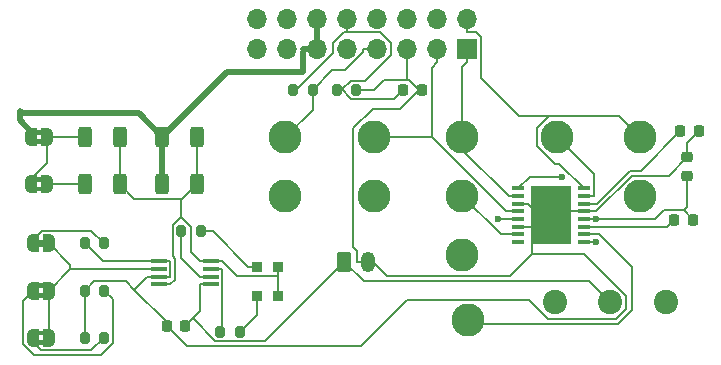
<source format=gbr>
%TF.GenerationSoftware,KiCad,Pcbnew,8.0.1*%
%TF.CreationDate,2024-03-24T16:32:44+02:00*%
%TF.ProjectId,88_Project,38385f50-726f-46a6-9563-742e6b696361,5*%
%TF.SameCoordinates,Original*%
%TF.FileFunction,Copper,L1,Top*%
%TF.FilePolarity,Positive*%
%FSLAX46Y46*%
G04 Gerber Fmt 4.6, Leading zero omitted, Abs format (unit mm)*
G04 Created by KiCad (PCBNEW 8.0.1) date 2024-03-24 16:32:44*
%MOMM*%
%LPD*%
G01*
G04 APERTURE LIST*
G04 Aperture macros list*
%AMRoundRect*
0 Rectangle with rounded corners*
0 $1 Rounding radius*
0 $2 $3 $4 $5 $6 $7 $8 $9 X,Y pos of 4 corners*
0 Add a 4 corners polygon primitive as box body*
4,1,4,$2,$3,$4,$5,$6,$7,$8,$9,$2,$3,0*
0 Add four circle primitives for the rounded corners*
1,1,$1+$1,$2,$3*
1,1,$1+$1,$4,$5*
1,1,$1+$1,$6,$7*
1,1,$1+$1,$8,$9*
0 Add four rect primitives between the rounded corners*
20,1,$1+$1,$2,$3,$4,$5,0*
20,1,$1+$1,$4,$5,$6,$7,0*
20,1,$1+$1,$6,$7,$8,$9,0*
20,1,$1+$1,$8,$9,$2,$3,0*%
%AMFreePoly0*
4,1,19,0.500000,-0.750000,0.000000,-0.750000,0.000000,-0.744911,-0.071157,-0.744911,-0.207708,-0.704816,-0.327430,-0.627875,-0.420627,-0.520320,-0.479746,-0.390866,-0.500000,-0.250000,-0.500000,0.250000,-0.479746,0.390866,-0.420627,0.520320,-0.327430,0.627875,-0.207708,0.704816,-0.071157,0.744911,0.000000,0.744911,0.000000,0.750000,0.500000,0.750000,0.500000,-0.750000,0.500000,-0.750000,
$1*%
%AMFreePoly1*
4,1,19,0.000000,0.744911,0.071157,0.744911,0.207708,0.704816,0.327430,0.627875,0.420627,0.520320,0.479746,0.390866,0.500000,0.250000,0.500000,-0.250000,0.479746,-0.390866,0.420627,-0.520320,0.327430,-0.627875,0.207708,-0.704816,0.071157,-0.744911,0.000000,-0.744911,0.000000,-0.750000,-0.500000,-0.750000,-0.500000,0.750000,0.000000,0.750000,0.000000,0.744911,0.000000,0.744911,
$1*%
G04 Aperture macros list end*
%TA.AperFunction,EtchedComponent*%
%ADD10C,0.000000*%
%TD*%
%TA.AperFunction,SMDPad,CuDef*%
%ADD11R,0.854800X0.862800*%
%TD*%
%TA.AperFunction,SMDPad,CuDef*%
%ADD12R,1.327899X0.431000*%
%TD*%
%TA.AperFunction,ComponentPad*%
%ADD13C,2.057400*%
%TD*%
%TA.AperFunction,ComponentPad*%
%ADD14C,2.800000*%
%TD*%
%TA.AperFunction,SMDPad,CuDef*%
%ADD15RoundRect,0.200000X-0.200000X-0.275000X0.200000X-0.275000X0.200000X0.275000X-0.200000X0.275000X0*%
%TD*%
%TA.AperFunction,SMDPad,CuDef*%
%ADD16RoundRect,0.250000X-0.312500X-0.625000X0.312500X-0.625000X0.312500X0.625000X-0.312500X0.625000X0*%
%TD*%
%TA.AperFunction,SMDPad,CuDef*%
%ADD17FreePoly0,0.000000*%
%TD*%
%TA.AperFunction,SMDPad,CuDef*%
%ADD18FreePoly1,0.000000*%
%TD*%
%TA.AperFunction,SMDPad,CuDef*%
%ADD19RoundRect,0.225000X-0.225000X-0.250000X0.225000X-0.250000X0.225000X0.250000X-0.225000X0.250000X0*%
%TD*%
%TA.AperFunction,SMDPad,CuDef*%
%ADD20RoundRect,0.225000X0.225000X0.250000X-0.225000X0.250000X-0.225000X-0.250000X0.225000X-0.250000X0*%
%TD*%
%TA.AperFunction,SMDPad,CuDef*%
%ADD21RoundRect,0.225000X-0.250000X0.225000X-0.250000X-0.225000X0.250000X-0.225000X0.250000X0.225000X0*%
%TD*%
%TA.AperFunction,SMDPad,CuDef*%
%ADD22RoundRect,0.200000X0.200000X0.275000X-0.200000X0.275000X-0.200000X-0.275000X0.200000X-0.275000X0*%
%TD*%
%TA.AperFunction,SMDPad,CuDef*%
%ADD23R,1.050000X0.450000*%
%TD*%
%TA.AperFunction,SMDPad,CuDef*%
%ADD24R,3.400000X5.000000*%
%TD*%
%TA.AperFunction,ComponentPad*%
%ADD25RoundRect,0.250000X-0.350000X-0.625000X0.350000X-0.625000X0.350000X0.625000X-0.350000X0.625000X0*%
%TD*%
%TA.AperFunction,ComponentPad*%
%ADD26O,1.200000X1.750000*%
%TD*%
%TA.AperFunction,ComponentPad*%
%ADD27R,1.700000X1.700000*%
%TD*%
%TA.AperFunction,ComponentPad*%
%ADD28O,1.700000X1.700000*%
%TD*%
%TA.AperFunction,ViaPad*%
%ADD29C,0.600000*%
%TD*%
%TA.AperFunction,Conductor*%
%ADD30C,0.500000*%
%TD*%
%TA.AperFunction,Conductor*%
%ADD31C,0.200000*%
%TD*%
G04 APERTURE END LIST*
D10*
%TA.AperFunction,EtchedComponent*%
%TO.C,JP4*%
G36*
X38075000Y-125800000D02*
G01*
X37575000Y-125800000D01*
X37575000Y-125400000D01*
X38075000Y-125400000D01*
X38075000Y-125800000D01*
G37*
%TD.AperFunction*%
%TA.AperFunction,EtchedComponent*%
G36*
X38075000Y-126600000D02*
G01*
X37575000Y-126600000D01*
X37575000Y-126200000D01*
X38075000Y-126200000D01*
X38075000Y-126600000D01*
G37*
%TD.AperFunction*%
%TA.AperFunction,EtchedComponent*%
%TO.C,JP3*%
G36*
X38075000Y-122300000D02*
G01*
X37575000Y-122300000D01*
X37575000Y-121700000D01*
X38075000Y-121700000D01*
X38075000Y-122300000D01*
G37*
%TD.AperFunction*%
%TA.AperFunction,EtchedComponent*%
%TO.C,JP1*%
G36*
X37900000Y-112800000D02*
G01*
X37400000Y-112800000D01*
X37400000Y-112400000D01*
X37900000Y-112400000D01*
X37900000Y-112800000D01*
G37*
%TD.AperFunction*%
%TA.AperFunction,EtchedComponent*%
G36*
X37900000Y-113600000D02*
G01*
X37400000Y-113600000D01*
X37400000Y-113200000D01*
X37900000Y-113200000D01*
X37900000Y-113600000D01*
G37*
%TD.AperFunction*%
%TA.AperFunction,EtchedComponent*%
%TO.C,JP5*%
G36*
X38075000Y-129800000D02*
G01*
X37575000Y-129800000D01*
X37575000Y-129400000D01*
X38075000Y-129400000D01*
X38075000Y-129800000D01*
G37*
%TD.AperFunction*%
%TA.AperFunction,EtchedComponent*%
G36*
X38075000Y-130600000D02*
G01*
X37575000Y-130600000D01*
X37575000Y-130200000D01*
X38075000Y-130200000D01*
X38075000Y-130600000D01*
G37*
%TD.AperFunction*%
%TA.AperFunction,EtchedComponent*%
%TO.C,JP2*%
G36*
X37900000Y-116800000D02*
G01*
X37400000Y-116800000D01*
X37400000Y-116400000D01*
X37900000Y-116400000D01*
X37900000Y-116800000D01*
G37*
%TD.AperFunction*%
%TA.AperFunction,EtchedComponent*%
G36*
X37900000Y-117600000D02*
G01*
X37400000Y-117600000D01*
X37400000Y-117200000D01*
X37900000Y-117200000D01*
X37900000Y-117600000D01*
G37*
%TD.AperFunction*%
%TD*%
D11*
%TO.P,LED1,1*%
%TO.N,Net-(LED1-Pad1)*%
X56077300Y-126500000D03*
%TO.P,LED1,2*%
%TO.N,Net-(U1-CE)*%
X57922700Y-126500000D03*
%TD*%
%TO.P,LED2,1*%
%TO.N,Net-(LED2-Pad1)*%
X56077300Y-124000000D03*
%TO.P,LED2,2*%
%TO.N,Net-(U1-CE)*%
X57922700Y-124000000D03*
%TD*%
D12*
%TO.P,U1,1,TEMP*%
%TO.N,GND*%
X47786652Y-123525001D03*
%TO.P,U1,2,PROG*%
%TO.N,Net-(JP3-B)*%
X47786652Y-124174999D03*
%TO.P,U1,3,GND*%
%TO.N,GND*%
X47786652Y-124825001D03*
%TO.P,U1,4,VCC*%
%TO.N,Net-(U1-CE)*%
X47786652Y-125474999D03*
%TO.P,U1,5,BAT*%
%TO.N,SWITCH*%
X52213348Y-125474999D03*
%TO.P,U1,6,\u002ASTDBY*%
%TO.N,Net-(U1-\u002ASTDBY)*%
X52213348Y-124825001D03*
%TO.P,U1,7,\u002ACHRG*%
%TO.N,Net-(U1-\u002ACHRG)*%
X52213348Y-124174999D03*
%TO.P,U1,8,CE*%
%TO.N,Net-(U1-CE)*%
X52213348Y-123525001D03*
%TD*%
D13*
%TO.P,SW1,1,1*%
%TO.N,BATT*%
X81301000Y-127000000D03*
%TO.P,SW1,2,2*%
%TO.N,SWITCH*%
X86000000Y-127000000D03*
%TO.P,SW1,3,3*%
%TO.N,unconnected-(SW1-Pad3)*%
X90699000Y-127000000D03*
%TD*%
D14*
%TO.P,TP7,1,1*%
%TO.N,Motor1_A*%
X73500000Y-118000000D03*
%TD*%
D15*
%TO.P,R4,1*%
%TO.N,GND*%
X41500000Y-122000000D03*
%TO.P,R4,2*%
%TO.N,Net-(JP3-A)*%
X43150000Y-122000000D03*
%TD*%
D16*
%TO.P,R3,1*%
%TO.N,5V*%
X48075000Y-113000000D03*
%TO.P,R3,2*%
%TO.N,Net-(U1-CE)*%
X51000000Y-113000000D03*
%TD*%
D15*
%TO.P,R6,1*%
%TO.N,Net-(U1-\u002ACHRG)*%
X53000000Y-129500000D03*
%TO.P,R6,2*%
%TO.N,Net-(LED1-Pad1)*%
X54650000Y-129500000D03*
%TD*%
D14*
%TO.P,TP6,1,1*%
%TO.N,Motor2_B*%
X66000000Y-113000000D03*
%TD*%
D16*
%TO.P,R9,1*%
%TO.N,Net-(JP2-B)*%
X41575000Y-117000000D03*
%TO.P,R9,2*%
%TO.N,Net-(U1-CE)*%
X44500000Y-117000000D03*
%TD*%
D17*
%TO.P,JP4,1,A*%
%TO.N,Net-(JP4-A)*%
X37175000Y-126000000D03*
D18*
%TO.P,JP4,2,B*%
%TO.N,Net-(JP3-B)*%
X38475000Y-126000000D03*
%TD*%
D14*
%TO.P,TP8,1,1*%
%TO.N,Motor1_B*%
X73500000Y-123000000D03*
%TD*%
D19*
%TO.P,C1,1*%
%TO.N,BATT_ADC*%
X68500000Y-109000000D03*
%TO.P,C1,2*%
%TO.N,GND*%
X70050000Y-109000000D03*
%TD*%
D20*
%TO.P,C4,1*%
%TO.N,BATT*%
X93000000Y-120000000D03*
%TO.P,C4,2*%
%TO.N,Net-(U2-VCP)*%
X91450000Y-120000000D03*
%TD*%
D14*
%TO.P,TP4,1,1*%
%TO.N,SWITCH*%
X58500000Y-118000000D03*
%TD*%
D20*
%TO.P,C2,1*%
%TO.N,SWITCH*%
X50000000Y-129000000D03*
%TO.P,C2,2*%
%TO.N,GND*%
X48450000Y-129000000D03*
%TD*%
D14*
%TO.P,TP1,1,1*%
%TO.N,5V*%
X66000000Y-118000000D03*
%TD*%
%TO.P,TP3,1,1*%
%TO.N,BATT*%
X58500000Y-113000000D03*
%TD*%
%TO.P,TP5,1,1*%
%TO.N,Motor2_A*%
X73500000Y-113000000D03*
%TD*%
D21*
%TO.P,C5,1*%
%TO.N,GND*%
X92500000Y-114725000D03*
%TO.P,C5,2*%
%TO.N,BATT*%
X92500000Y-116275000D03*
%TD*%
D19*
%TO.P,C3,1*%
%TO.N,Net-(U2-VINT)*%
X91950000Y-112500000D03*
%TO.P,C3,2*%
%TO.N,GND*%
X93500000Y-112500000D03*
%TD*%
D14*
%TO.P,TP11,1,1*%
%TO.N,PC8*%
X88500000Y-118000000D03*
%TD*%
D17*
%TO.P,JP3,1,A*%
%TO.N,Net-(JP3-A)*%
X37175000Y-122000000D03*
D18*
%TO.P,JP3,2,B*%
%TO.N,Net-(JP3-B)*%
X38475000Y-122000000D03*
%TD*%
D14*
%TO.P,TP10,1,1*%
%TO.N,PC7*%
X81500000Y-113000000D03*
%TD*%
%TO.P,TP12,1,1*%
%TO.N,PC9*%
X74000000Y-128500000D03*
%TD*%
%TO.P,TP9,1,1*%
%TO.N,PC6*%
X88500000Y-113000000D03*
%TD*%
D15*
%TO.P,R2,1*%
%TO.N,BATT_ADC*%
X62850000Y-109000000D03*
%TO.P,R2,2*%
%TO.N,GND*%
X64500000Y-109000000D03*
%TD*%
%TO.P,R10,1*%
%TO.N,GND*%
X41500000Y-126000000D03*
%TO.P,R10,2*%
%TO.N,Net-(JP4-A)*%
X43150000Y-126000000D03*
%TD*%
%TO.P,R7,1*%
%TO.N,Net-(U1-\u002ASTDBY)*%
X49675000Y-121000000D03*
%TO.P,R7,2*%
%TO.N,Net-(LED2-Pad1)*%
X51325000Y-121000000D03*
%TD*%
%TO.P,R11,1*%
%TO.N,GND*%
X41500000Y-130000000D03*
%TO.P,R11,2*%
%TO.N,Net-(JP5-A)*%
X43150000Y-130000000D03*
%TD*%
D17*
%TO.P,JP1,1,A*%
%TO.N,5V*%
X37000000Y-113000000D03*
D18*
%TO.P,JP1,2,B*%
%TO.N,Net-(JP1-B)*%
X38300000Y-113000000D03*
%TD*%
D17*
%TO.P,JP5,1,A*%
%TO.N,Net-(JP5-A)*%
X37175000Y-130000000D03*
D18*
%TO.P,JP5,2,B*%
%TO.N,Net-(JP3-B)*%
X38475000Y-130000000D03*
%TD*%
D22*
%TO.P,R1,1*%
%TO.N,BATT*%
X60825000Y-109000000D03*
%TO.P,R1,2*%
%TO.N,BATT_ADC*%
X59175000Y-109000000D03*
%TD*%
D23*
%TO.P,U2,1,SLEEP_N*%
%TO.N,SWITCH*%
X78225000Y-117350000D03*
%TO.P,U2,2,AOUT1*%
%TO.N,Motor2_A*%
X78225000Y-118000000D03*
%TO.P,U2,3,AISEN*%
%TO.N,GND*%
X78225000Y-118650000D03*
%TO.P,U2,4,AOUT2*%
%TO.N,Motor2_B*%
X78225000Y-119300000D03*
%TO.P,U2,5,BOUT2*%
%TO.N,Motor1_B*%
X78225000Y-119950000D03*
%TO.P,U2,6,BISEN*%
%TO.N,GND*%
X78225000Y-120600000D03*
%TO.P,U2,7,BOUT1*%
%TO.N,Motor1_A*%
X78225000Y-121250000D03*
%TO.P,U2,8,FAULT_N*%
%TO.N,unconnected-(U2-FAULT_N-Pad8)*%
X78225000Y-121900000D03*
%TO.P,U2,9,BIN1*%
%TO.N,PC8*%
X83775000Y-121900000D03*
%TO.P,U2,10,BIN2*%
%TO.N,PC9*%
X83775000Y-121250000D03*
%TO.P,U2,11,VCP*%
%TO.N,Net-(U2-VCP)*%
X83775000Y-120600000D03*
%TO.P,U2,12,VM*%
%TO.N,BATT*%
X83775000Y-119950000D03*
%TO.P,U2,13,GND*%
%TO.N,GND*%
X83775000Y-119300000D03*
%TO.P,U2,14,VINT*%
%TO.N,Net-(U2-VINT)*%
X83775000Y-118650000D03*
%TO.P,U2,15,AIN2*%
%TO.N,PC7*%
X83775000Y-118000000D03*
%TO.P,U2,16,AIN1*%
%TO.N,PC6*%
X83775000Y-117350000D03*
D24*
%TO.P,U2,17,PPAD*%
%TO.N,GND*%
X81000000Y-119625000D03*
%TD*%
D16*
%TO.P,R8,1*%
%TO.N,Net-(JP1-B)*%
X41575000Y-113000000D03*
%TO.P,R8,2*%
%TO.N,Net-(U1-CE)*%
X44500000Y-113000000D03*
%TD*%
%TO.P,R5,1*%
%TO.N,5V*%
X48075000Y-117000000D03*
%TO.P,R5,2*%
%TO.N,Net-(U1-CE)*%
X51000000Y-117000000D03*
%TD*%
D25*
%TO.P,J2,1,Pin_1*%
%TO.N,SWITCH*%
X63500000Y-123550000D03*
D26*
%TO.P,J2,2,Pin_2*%
%TO.N,GND*%
X65500000Y-123550000D03*
%TD*%
D17*
%TO.P,JP2,1,A*%
%TO.N,Net-(JP1-B)*%
X37000000Y-117000000D03*
D18*
%TO.P,JP2,2,B*%
%TO.N,Net-(JP2-B)*%
X38300000Y-117000000D03*
%TD*%
D27*
%TO.P,J1,1,Pin_1*%
%TO.N,Motor2_A*%
X73875000Y-105540000D03*
D28*
%TO.P,J1,2,Pin_2*%
%TO.N,PC6*%
X73875000Y-103000000D03*
%TO.P,J1,3,Pin_3*%
%TO.N,Motor2_B*%
X71335000Y-105540000D03*
%TO.P,J1,4,Pin_4*%
%TO.N,PC7*%
X71335000Y-103000000D03*
%TO.P,J1,5,Pin_5*%
%TO.N,GND*%
X68795000Y-105540000D03*
%TO.P,J1,6,Pin_6*%
X68795000Y-103000000D03*
%TO.P,J1,7,Pin_7*%
%TO.N,BATT*%
X66255000Y-105540000D03*
%TO.P,J1,8,Pin_8*%
X66255000Y-103000000D03*
%TO.P,J1,9,Pin_9*%
%TO.N,unconnected-(J1-Pin_9-Pad9)*%
X63715000Y-105540000D03*
%TO.P,J1,10,Pin_10*%
%TO.N,BATT_ADC*%
X63715000Y-103000000D03*
%TO.P,J1,11,Pin_11*%
%TO.N,5V*%
X61175000Y-105540000D03*
%TO.P,J1,12,Pin_12*%
X61175000Y-103000000D03*
%TO.P,J1,13,Pin_13*%
%TO.N,Motor1_A*%
X58635000Y-105540000D03*
%TO.P,J1,14,Pin_14*%
%TO.N,PC8*%
X58635000Y-103000000D03*
%TO.P,J1,15,Pin_15*%
%TO.N,Motor1_B*%
X56095000Y-105540000D03*
%TO.P,J1,16,Pin_16*%
%TO.N,PC9*%
X56095000Y-103000000D03*
%TD*%
D29*
%TO.N,SWITCH*%
X81944900Y-116381800D03*
%TO.N,Motor1_B*%
X76550000Y-119950000D03*
%TO.N,PC8*%
X84821400Y-121900000D03*
%TO.N,BATT*%
X84815500Y-119950000D03*
%TD*%
D30*
%TO.N,5V*%
X36266587Y-111000000D02*
X46075000Y-111000000D01*
X36048244Y-110781657D02*
X36266587Y-111000000D01*
X36048244Y-111603144D02*
X36048244Y-110781657D01*
X37000000Y-112554900D02*
X36048244Y-111603144D01*
X46075000Y-111000000D02*
X48075000Y-113000000D01*
X53575000Y-107500000D02*
X48075000Y-113000000D01*
X60000000Y-107500000D02*
X53575000Y-107500000D01*
X60000000Y-105851300D02*
X60000000Y-107500000D01*
X60023300Y-105828000D02*
X60000000Y-105851300D01*
D31*
%TO.N,PC6*%
X78244300Y-111244300D02*
X80790500Y-111244300D01*
X75026700Y-104511600D02*
X75026700Y-108026700D01*
X75026700Y-108026700D02*
X78244300Y-111244300D01*
X74666800Y-104151700D02*
X75026700Y-104511600D01*
X73875000Y-104151700D02*
X74666800Y-104151700D01*
X73875000Y-103000000D02*
X73875000Y-104151700D01*
%TO.N,Net-(JP5-A)*%
X42087100Y-131062900D02*
X43150000Y-130000000D01*
X37839900Y-131062900D02*
X42087100Y-131062900D01*
X37175000Y-130398000D02*
X37839900Y-131062900D01*
X37175000Y-130000000D02*
X37175000Y-130398000D01*
%TO.N,Net-(JP4-A)*%
X43869300Y-126719300D02*
X43150000Y-126000000D01*
X43869300Y-130476900D02*
X43869300Y-126719300D01*
X42877600Y-131468600D02*
X43869300Y-130476900D01*
X37260400Y-131468600D02*
X42877600Y-131468600D01*
X36326800Y-130535000D02*
X37260400Y-131468600D01*
X36326800Y-126848200D02*
X36326800Y-130535000D01*
X37175000Y-126000000D02*
X36326800Y-126848200D01*
%TO.N,Net-(JP3-B)*%
X38475000Y-126000000D02*
X38475000Y-130000000D01*
X40300000Y-123825000D02*
X38475000Y-122000000D01*
X40300000Y-124175000D02*
X40300000Y-123825000D01*
X40300000Y-124175000D02*
X38475000Y-126000000D01*
X47786700Y-124175000D02*
X40300000Y-124175000D01*
%TO.N,Net-(JP3-A)*%
X42067900Y-120917900D02*
X43150000Y-122000000D01*
X37870400Y-120917900D02*
X42067900Y-120917900D01*
X37175000Y-121613300D02*
X37870400Y-120917900D01*
X37175000Y-122000000D02*
X37175000Y-121613300D01*
%TO.N,Net-(JP2-B)*%
X38300000Y-117000000D02*
X41575000Y-117000000D01*
%TO.N,Net-(JP1-B)*%
X38300000Y-115216300D02*
X38300000Y-113000000D01*
X37000000Y-116516300D02*
X38300000Y-115216300D01*
X37000000Y-117000000D02*
X37000000Y-116516300D01*
X38300000Y-113000000D02*
X41575000Y-113000000D01*
%TO.N,GND*%
X92500000Y-113500000D02*
X93500000Y-112500000D01*
X92500000Y-114725000D02*
X92500000Y-113500000D01*
X43025000Y-123525000D02*
X47786700Y-123525000D01*
X41500000Y-122000000D02*
X43025000Y-123525000D01*
X65500000Y-123550000D02*
X65950900Y-123550000D01*
X65500000Y-123550000D02*
X64598300Y-123550000D01*
X78225000Y-120600000D02*
X79051700Y-120600000D01*
X79376700Y-120600000D02*
X79051700Y-120600000D01*
X78225000Y-118650000D02*
X79051700Y-118650000D01*
X80189200Y-119787500D02*
X79051700Y-118650000D01*
X80189200Y-119787500D02*
X79376700Y-120600000D01*
X67148900Y-124748000D02*
X65950900Y-123550000D01*
X77528500Y-124748000D02*
X67148900Y-124748000D01*
X79376700Y-122899800D02*
X77528500Y-124748000D01*
X79376700Y-120600000D02*
X79376700Y-122899800D01*
X70050000Y-109000000D02*
X69800300Y-109000000D01*
X64598300Y-122648300D02*
X64598300Y-123550000D01*
X64271300Y-122321300D02*
X64598300Y-122648300D01*
X64271300Y-112272500D02*
X64271300Y-122321300D01*
X65946700Y-110597100D02*
X64271300Y-112272500D01*
X68203200Y-110597100D02*
X65946700Y-110597100D01*
X69800300Y-109000000D02*
X68203200Y-110597100D01*
X68795000Y-105540000D02*
X68795000Y-106691700D01*
X68795000Y-106691700D02*
X68795000Y-108177900D01*
X68978200Y-108177900D02*
X68795000Y-108177900D01*
X69800300Y-109000000D02*
X68978200Y-108177900D01*
X66017500Y-109000000D02*
X64500000Y-109000000D01*
X66839600Y-108177900D02*
X66017500Y-109000000D01*
X68795000Y-108177900D02*
X66839600Y-108177900D01*
X90950000Y-116275000D02*
X92500000Y-114725000D01*
X87816600Y-116275000D02*
X90950000Y-116275000D01*
X84791600Y-119300000D02*
X87816600Y-116275000D01*
X83775000Y-119300000D02*
X84791600Y-119300000D01*
X41500000Y-130000000D02*
X41500000Y-126000000D01*
X48752300Y-124825000D02*
X48752300Y-123525000D01*
X47786700Y-124825000D02*
X48752300Y-124825000D01*
X47786700Y-123525000D02*
X48752300Y-123525000D01*
X50183100Y-130733100D02*
X48450000Y-129000000D01*
X64867100Y-130733100D02*
X50183100Y-130733100D01*
X68802400Y-126797800D02*
X64867100Y-130733100D01*
X79145000Y-126797800D02*
X68802400Y-126797800D01*
X80728400Y-128381200D02*
X79145000Y-126797800D01*
X86531700Y-128381200D02*
X80728400Y-128381200D01*
X87363200Y-127549700D02*
X86531700Y-128381200D01*
X87363200Y-126481600D02*
X87363200Y-127549700D01*
X83781400Y-122899800D02*
X87363200Y-126481600D01*
X79376700Y-122899800D02*
X83781400Y-122899800D01*
X80351700Y-119625000D02*
X81000000Y-119625000D01*
X80189200Y-119787500D02*
X80351700Y-119625000D01*
X81325000Y-119300000D02*
X83775000Y-119300000D01*
X81000000Y-119625000D02*
X81325000Y-119300000D01*
X47786700Y-124825000D02*
X46821100Y-124825000D01*
X45716600Y-125929500D02*
X46821100Y-124825000D01*
X45006600Y-125219500D02*
X45716600Y-125929500D01*
X42280500Y-125219500D02*
X45006600Y-125219500D01*
X41500000Y-126000000D02*
X42280500Y-125219500D01*
X48450000Y-128662900D02*
X48450000Y-129000000D01*
X45716600Y-125929500D02*
X48450000Y-128662900D01*
%TO.N,SWITCH*%
X52213400Y-125475000D02*
X51247800Y-125475000D01*
X84197400Y-125197400D02*
X86000000Y-127000000D01*
X65147400Y-125197400D02*
X84197400Y-125197400D01*
X63500000Y-123550000D02*
X65147400Y-125197400D01*
X56772500Y-130277500D02*
X63500000Y-123550000D01*
X52580700Y-130277500D02*
X56772500Y-130277500D01*
X50651600Y-128348400D02*
X52580700Y-130277500D01*
X51247800Y-127752200D02*
X50651600Y-128348400D01*
X51247800Y-125475000D02*
X51247800Y-127752200D01*
X50651600Y-128348400D02*
X50000000Y-129000000D01*
X79193200Y-116381800D02*
X81944900Y-116381800D01*
X78225000Y-117350000D02*
X79193200Y-116381800D01*
%TO.N,Net-(U1-\u002ASTDBY)*%
X49675000Y-123252200D02*
X49675000Y-121000000D01*
X51247800Y-124825000D02*
X49675000Y-123252200D01*
X52213400Y-124825000D02*
X51247800Y-124825000D01*
%TO.N,Net-(LED2-Pad1)*%
X52348200Y-121000000D02*
X55348200Y-124000000D01*
X51325000Y-121000000D02*
X52348200Y-121000000D01*
X56077300Y-124000000D02*
X55348200Y-124000000D01*
%TO.N,Net-(U1-\u002ACHRG)*%
X53179000Y-129321000D02*
X53179000Y-124175000D01*
X53000000Y-129500000D02*
X53179000Y-129321000D01*
X52213400Y-124175000D02*
X53179000Y-124175000D01*
%TO.N,Net-(LED1-Pad1)*%
X56077300Y-128072700D02*
X56077300Y-126500000D01*
X54650000Y-129500000D02*
X56077300Y-128072700D01*
%TO.N,Net-(U1-CE)*%
X57922700Y-126500000D02*
X57922700Y-124781200D01*
X57922700Y-124781200D02*
X57922700Y-124000000D01*
X54435200Y-124781200D02*
X53179000Y-123525000D01*
X57922700Y-124781200D02*
X54435200Y-124781200D01*
X52696200Y-123525000D02*
X53179000Y-123525000D01*
X44500000Y-113000000D02*
X44500000Y-117000000D01*
X51000000Y-117000000D02*
X51000000Y-113000000D01*
X52213400Y-123525000D02*
X52696200Y-123525000D01*
X52213400Y-123525000D02*
X51247800Y-123525000D01*
X47786700Y-125475000D02*
X48752300Y-125475000D01*
X49154500Y-125072800D02*
X48752300Y-125475000D01*
X49154500Y-123297800D02*
X49154500Y-125072800D01*
X48959400Y-123102700D02*
X49154500Y-123297800D01*
X48959400Y-120466200D02*
X48959400Y-123102700D01*
X49643200Y-119782400D02*
X48959400Y-120466200D01*
X49643200Y-118211300D02*
X49643200Y-119782400D01*
X45711300Y-118211300D02*
X49643200Y-118211300D01*
X44500000Y-117000000D02*
X45711300Y-118211300D01*
X49788700Y-118211300D02*
X51000000Y-117000000D01*
X49643200Y-118211300D02*
X49788700Y-118211300D01*
X50500000Y-120639200D02*
X49643200Y-119782400D01*
X50500000Y-122777200D02*
X50500000Y-120639200D01*
X51247800Y-123525000D02*
X50500000Y-122777200D01*
%TO.N,Motor2_B*%
X70906900Y-107119800D02*
X71335000Y-106691700D01*
X70906900Y-113000000D02*
X70906900Y-107119800D01*
X66000000Y-113000000D02*
X70906900Y-113000000D01*
X77206900Y-119300000D02*
X78225000Y-119300000D01*
X70906900Y-113000000D02*
X77206900Y-119300000D01*
X71335000Y-105540000D02*
X71335000Y-106691700D01*
%TO.N,Motor1_B*%
X78225000Y-119950000D02*
X76550000Y-119950000D01*
%TO.N,Motor2_A*%
X78225000Y-118000000D02*
X77398300Y-118000000D01*
X73500000Y-114101700D02*
X77398300Y-118000000D01*
X73500000Y-113000000D02*
X73500000Y-114101700D01*
X73500000Y-107066700D02*
X73500000Y-113000000D01*
X73875000Y-106691700D02*
X73500000Y-107066700D01*
X73875000Y-105540000D02*
X73875000Y-106691700D01*
%TO.N,PC6*%
X86744300Y-111244300D02*
X88500000Y-113000000D01*
X80790500Y-111244300D02*
X86744300Y-111244300D01*
X79789900Y-112244900D02*
X80790500Y-111244300D01*
X79789900Y-113773500D02*
X79789900Y-112244900D01*
X81295700Y-115279300D02*
X79789900Y-113773500D01*
X81704300Y-115279300D02*
X81295700Y-115279300D01*
X83775000Y-117350000D02*
X81704300Y-115279300D01*
%TO.N,PC8*%
X83775000Y-121900000D02*
X84601700Y-121900000D01*
X84601700Y-121900000D02*
X84821400Y-121900000D01*
%TO.N,PC7*%
X84601700Y-116101700D02*
X84601700Y-118000000D01*
X81500000Y-113000000D02*
X84601700Y-116101700D01*
X83775000Y-118000000D02*
X84601700Y-118000000D01*
%TO.N,Motor1_A*%
X76750000Y-121250000D02*
X78225000Y-121250000D01*
X73500000Y-118000000D02*
X76750000Y-121250000D01*
D30*
%TO.N,5V*%
X61175000Y-103000000D02*
X61175000Y-105540000D01*
D31*
X60023300Y-105540000D02*
X60023300Y-105828000D01*
D30*
X61175000Y-105540000D02*
X60023300Y-105540000D01*
D31*
X37000000Y-113000000D02*
X37000000Y-112554900D01*
D30*
X48075000Y-113000000D02*
X48075000Y-117000000D01*
D31*
%TO.N,PC9*%
X74294400Y-128794400D02*
X74000000Y-128500000D01*
X86692200Y-128794400D02*
X74294400Y-128794400D01*
X87834200Y-127652400D02*
X86692200Y-128794400D01*
X87834200Y-124039600D02*
X87834200Y-127652400D01*
X85044600Y-121250000D02*
X87834200Y-124039600D01*
X83775000Y-121250000D02*
X85044600Y-121250000D01*
%TO.N,Net-(U2-VCP)*%
X90850000Y-120600000D02*
X83775000Y-120600000D01*
X91450000Y-120000000D02*
X90850000Y-120600000D01*
%TO.N,BATT*%
X60825000Y-110675000D02*
X60825000Y-109000000D01*
X58500000Y-113000000D02*
X60825000Y-110675000D01*
X65103300Y-105808500D02*
X65103300Y-105540000D01*
X63567000Y-107344800D02*
X65103300Y-105808500D01*
X62480200Y-107344800D02*
X63567000Y-107344800D01*
X60825000Y-109000000D02*
X62480200Y-107344800D01*
X66255000Y-105540000D02*
X65103300Y-105540000D01*
X83775000Y-119950000D02*
X84601700Y-119950000D01*
X92500000Y-118944800D02*
X92222400Y-119222400D01*
X92500000Y-116275000D02*
X92500000Y-118944800D01*
X92222400Y-119222400D02*
X93000000Y-120000000D01*
X89805200Y-119950000D02*
X84815500Y-119950000D01*
X90532800Y-119222400D02*
X89805200Y-119950000D01*
X92222400Y-119222400D02*
X90532800Y-119222400D01*
X84601700Y-119950000D02*
X84815500Y-119950000D01*
%TO.N,Net-(U2-VINT)*%
X84869500Y-118650000D02*
X83775000Y-118650000D01*
X87646200Y-115873300D02*
X84869500Y-118650000D01*
X88576700Y-115873300D02*
X87646200Y-115873300D01*
X91950000Y-112500000D02*
X88576700Y-115873300D01*
%TO.N,BATT_ADC*%
X59418100Y-109000000D02*
X59175000Y-109000000D01*
X62563300Y-105854800D02*
X59418100Y-109000000D01*
X62563300Y-105015400D02*
X62563300Y-105854800D01*
X63427000Y-104151700D02*
X62563300Y-105015400D01*
X63715000Y-104151700D02*
X63427000Y-104151700D01*
X63715000Y-103000000D02*
X63715000Y-104050800D01*
X63715000Y-104050800D02*
X63715000Y-104150200D01*
X63715000Y-104150200D02*
X63715000Y-104151700D01*
X62875200Y-108974800D02*
X63273400Y-108974800D01*
X62850000Y-109000000D02*
X62875200Y-108974800D01*
X64025700Y-108222500D02*
X63273400Y-108974800D01*
X64709500Y-108222500D02*
X64025700Y-108222500D01*
X64711000Y-108221000D02*
X64709500Y-108222500D01*
X65222000Y-108221000D02*
X64711000Y-108221000D01*
X67408200Y-106034800D02*
X65222000Y-108221000D01*
X67408200Y-105004900D02*
X67408200Y-106034800D01*
X66555000Y-104151700D02*
X67408200Y-105004900D01*
X63715000Y-104151700D02*
X66555000Y-104151700D01*
X64076100Y-109777500D02*
X63273400Y-108974800D01*
X67722500Y-109777500D02*
X64076100Y-109777500D01*
X68500000Y-109000000D02*
X67722500Y-109777500D01*
%TD*%
M02*

</source>
